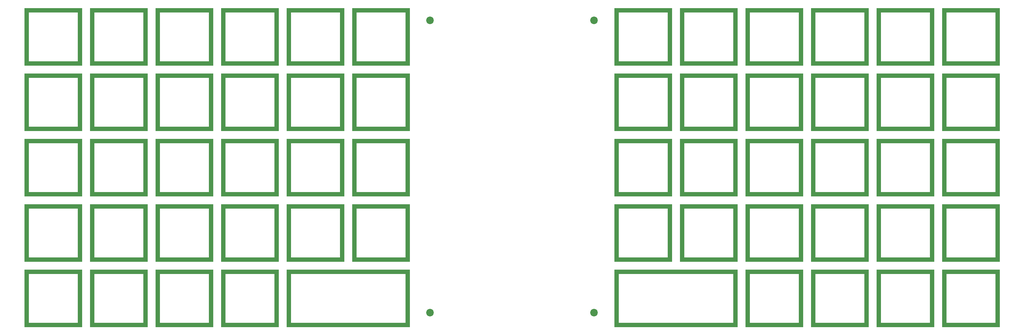
<source format=gbs>
%TF.GenerationSoftware,KiCad,Pcbnew,(5.1.10-1-10_14)*%
%TF.CreationDate,2021-09-18T15:20:21+02:00*%
%TF.ProjectId,lumberjack-full,6c756d62-6572-46a6-9163-6b2d66756c6c,rev?*%
%TF.SameCoordinates,Original*%
%TF.FileFunction,Soldermask,Bot*%
%TF.FilePolarity,Negative*%
%FSLAX46Y46*%
G04 Gerber Fmt 4.6, Leading zero omitted, Abs format (unit mm)*
G04 Created by KiCad (PCBNEW (5.1.10-1-10_14)) date 2021-09-18 15:20:21*
%MOMM*%
%LPD*%
G01*
G04 APERTURE LIST*
%ADD10C,0.100000*%
%ADD11C,2.200000*%
G04 APERTURE END LIST*
D10*
G36*
X196453241Y-118348017D02*
G01*
X163115741Y-118348017D01*
X161925116Y-117157392D01*
X197643866Y-117157392D01*
X196453241Y-118348017D01*
G37*
X196453241Y-118348017D02*
X163115741Y-118348017D01*
X161925116Y-117157392D01*
X197643866Y-117157392D01*
X196453241Y-118348017D01*
G36*
X197643750Y-133826250D02*
G01*
X161925000Y-133826250D01*
X163115625Y-132635625D01*
X196453125Y-132635625D01*
X197643750Y-133826250D01*
G37*
X197643750Y-133826250D02*
X161925000Y-133826250D01*
X163115625Y-132635625D01*
X196453125Y-132635625D01*
X197643750Y-133826250D01*
G36*
X101203125Y-118348125D02*
G01*
X67865625Y-118348125D01*
X66675000Y-117157500D01*
X102393750Y-117157500D01*
X101203125Y-118348125D01*
G37*
X101203125Y-118348125D02*
X67865625Y-118348125D01*
X66675000Y-117157500D01*
X102393750Y-117157500D01*
X101203125Y-118348125D01*
G36*
X102393634Y-133826358D02*
G01*
X66674884Y-133826358D01*
X67865509Y-132635733D01*
X101203009Y-132635733D01*
X102393634Y-133826358D01*
G37*
X102393634Y-133826358D02*
X66674884Y-133826358D01*
X67865509Y-132635733D01*
X101203009Y-132635733D01*
X102393634Y-133826358D01*
G36*
X235743750Y-133826250D02*
G01*
X219075000Y-133826250D01*
X220265625Y-132635625D01*
X234553125Y-132635625D01*
X235743750Y-133826250D01*
G37*
X235743750Y-133826250D02*
X219075000Y-133826250D01*
X220265625Y-132635625D01*
X234553125Y-132635625D01*
X235743750Y-133826250D01*
G36*
X234553125Y-118348125D02*
G01*
X220265625Y-118348125D01*
X219075000Y-117157500D01*
X235743750Y-117157500D01*
X234553125Y-118348125D01*
G37*
X234553125Y-118348125D02*
X220265625Y-118348125D01*
X219075000Y-117157500D01*
X235743750Y-117157500D01*
X234553125Y-118348125D01*
G36*
X220265625Y-118348125D02*
G01*
X220265625Y-132635625D01*
X219075000Y-133826250D01*
X219075000Y-117157500D01*
X220265625Y-118348125D01*
G37*
X220265625Y-118348125D02*
X220265625Y-132635625D01*
X219075000Y-133826250D01*
X219075000Y-117157500D01*
X220265625Y-118348125D01*
G36*
X197643750Y-133826250D02*
G01*
X196453125Y-132635625D01*
X196453125Y-118348125D01*
X197643750Y-117157500D01*
X197643750Y-133826250D01*
G37*
X197643750Y-133826250D02*
X196453125Y-132635625D01*
X196453125Y-118348125D01*
X197643750Y-117157500D01*
X197643750Y-133826250D01*
G36*
X258365625Y-118348125D02*
G01*
X258365625Y-132635625D01*
X257175000Y-133826250D01*
X257175000Y-117157500D01*
X258365625Y-118348125D01*
G37*
X258365625Y-118348125D02*
X258365625Y-132635625D01*
X257175000Y-133826250D01*
X257175000Y-117157500D01*
X258365625Y-118348125D01*
G36*
X235743750Y-133826250D02*
G01*
X234553125Y-132635625D01*
X234553125Y-118348125D01*
X235743750Y-117157500D01*
X235743750Y-133826250D01*
G37*
X235743750Y-133826250D02*
X234553125Y-132635625D01*
X234553125Y-118348125D01*
X235743750Y-117157500D01*
X235743750Y-133826250D01*
G36*
X272653125Y-118348125D02*
G01*
X258365625Y-118348125D01*
X257175000Y-117157500D01*
X273843750Y-117157500D01*
X272653125Y-118348125D01*
G37*
X272653125Y-118348125D02*
X258365625Y-118348125D01*
X257175000Y-117157500D01*
X273843750Y-117157500D01*
X272653125Y-118348125D01*
G36*
X163115625Y-118348125D02*
G01*
X163115625Y-132635625D01*
X161925000Y-133826250D01*
X161925000Y-117157500D01*
X163115625Y-118348125D01*
G37*
X163115625Y-118348125D02*
X163115625Y-132635625D01*
X161925000Y-133826250D01*
X161925000Y-117157500D01*
X163115625Y-118348125D01*
G36*
X253603125Y-118348125D02*
G01*
X239315625Y-118348125D01*
X238125000Y-117157500D01*
X254793750Y-117157500D01*
X253603125Y-118348125D01*
G37*
X253603125Y-118348125D02*
X239315625Y-118348125D01*
X238125000Y-117157500D01*
X254793750Y-117157500D01*
X253603125Y-118348125D01*
G36*
X273843750Y-133826250D02*
G01*
X257175000Y-133826250D01*
X258365625Y-132635625D01*
X272653125Y-132635625D01*
X273843750Y-133826250D01*
G37*
X273843750Y-133826250D02*
X257175000Y-133826250D01*
X258365625Y-132635625D01*
X272653125Y-132635625D01*
X273843750Y-133826250D01*
G36*
X201215625Y-118348125D02*
G01*
X201215625Y-132635625D01*
X200025000Y-133826250D01*
X200025000Y-117157500D01*
X201215625Y-118348125D01*
G37*
X201215625Y-118348125D02*
X201215625Y-132635625D01*
X200025000Y-133826250D01*
X200025000Y-117157500D01*
X201215625Y-118348125D01*
G36*
X215503125Y-118348125D02*
G01*
X201215625Y-118348125D01*
X200025000Y-117157500D01*
X216693750Y-117157500D01*
X215503125Y-118348125D01*
G37*
X215503125Y-118348125D02*
X201215625Y-118348125D01*
X200025000Y-117157500D01*
X216693750Y-117157500D01*
X215503125Y-118348125D01*
G36*
X216693750Y-133826250D02*
G01*
X200025000Y-133826250D01*
X201215625Y-132635625D01*
X215503125Y-132635625D01*
X216693750Y-133826250D01*
G37*
X216693750Y-133826250D02*
X200025000Y-133826250D01*
X201215625Y-132635625D01*
X215503125Y-132635625D01*
X216693750Y-133826250D01*
G36*
X273843750Y-133826250D02*
G01*
X272653125Y-132635625D01*
X272653125Y-118348125D01*
X273843750Y-117157500D01*
X273843750Y-133826250D01*
G37*
X273843750Y-133826250D02*
X272653125Y-132635625D01*
X272653125Y-118348125D01*
X273843750Y-117157500D01*
X273843750Y-133826250D01*
G36*
X216693750Y-133826250D02*
G01*
X215503125Y-132635625D01*
X215503125Y-118348125D01*
X216693750Y-117157500D01*
X216693750Y-133826250D01*
G37*
X216693750Y-133826250D02*
X215503125Y-132635625D01*
X215503125Y-118348125D01*
X216693750Y-117157500D01*
X216693750Y-133826250D01*
G36*
X254793750Y-133826250D02*
G01*
X238125000Y-133826250D01*
X239315625Y-132635625D01*
X253603125Y-132635625D01*
X254793750Y-133826250D01*
G37*
X254793750Y-133826250D02*
X238125000Y-133826250D01*
X239315625Y-132635625D01*
X253603125Y-132635625D01*
X254793750Y-133826250D01*
G36*
X254793750Y-133826250D02*
G01*
X253603125Y-132635625D01*
X253603125Y-118348125D01*
X254793750Y-117157500D01*
X254793750Y-133826250D01*
G37*
X254793750Y-133826250D02*
X253603125Y-132635625D01*
X253603125Y-118348125D01*
X254793750Y-117157500D01*
X254793750Y-133826250D01*
G36*
X239315625Y-118348125D02*
G01*
X239315625Y-132635625D01*
X238125000Y-133826250D01*
X238125000Y-117157500D01*
X239315625Y-118348125D01*
G37*
X239315625Y-118348125D02*
X239315625Y-132635625D01*
X238125000Y-133826250D01*
X238125000Y-117157500D01*
X239315625Y-118348125D01*
G36*
X235743750Y-114776250D02*
G01*
X219075000Y-114776250D01*
X220265625Y-113585625D01*
X234553125Y-113585625D01*
X235743750Y-114776250D01*
G37*
X235743750Y-114776250D02*
X219075000Y-114776250D01*
X220265625Y-113585625D01*
X234553125Y-113585625D01*
X235743750Y-114776250D01*
G36*
X182165625Y-99298125D02*
G01*
X182165625Y-113585625D01*
X180975000Y-114776250D01*
X180975000Y-98107500D01*
X182165625Y-99298125D01*
G37*
X182165625Y-99298125D02*
X182165625Y-113585625D01*
X180975000Y-114776250D01*
X180975000Y-98107500D01*
X182165625Y-99298125D01*
G36*
X234553125Y-99298125D02*
G01*
X220265625Y-99298125D01*
X219075000Y-98107500D01*
X235743750Y-98107500D01*
X234553125Y-99298125D01*
G37*
X234553125Y-99298125D02*
X220265625Y-99298125D01*
X219075000Y-98107500D01*
X235743750Y-98107500D01*
X234553125Y-99298125D01*
G36*
X220265625Y-99298125D02*
G01*
X220265625Y-113585625D01*
X219075000Y-114776250D01*
X219075000Y-98107500D01*
X220265625Y-99298125D01*
G37*
X220265625Y-99298125D02*
X220265625Y-113585625D01*
X219075000Y-114776250D01*
X219075000Y-98107500D01*
X220265625Y-99298125D01*
G36*
X197643750Y-114776250D02*
G01*
X196453125Y-113585625D01*
X196453125Y-99298125D01*
X197643750Y-98107500D01*
X197643750Y-114776250D01*
G37*
X197643750Y-114776250D02*
X196453125Y-113585625D01*
X196453125Y-99298125D01*
X197643750Y-98107500D01*
X197643750Y-114776250D01*
G36*
X258365625Y-99298125D02*
G01*
X258365625Y-113585625D01*
X257175000Y-114776250D01*
X257175000Y-98107500D01*
X258365625Y-99298125D01*
G37*
X258365625Y-99298125D02*
X258365625Y-113585625D01*
X257175000Y-114776250D01*
X257175000Y-98107500D01*
X258365625Y-99298125D01*
G36*
X235743750Y-114776250D02*
G01*
X234553125Y-113585625D01*
X234553125Y-99298125D01*
X235743750Y-98107500D01*
X235743750Y-114776250D01*
G37*
X235743750Y-114776250D02*
X234553125Y-113585625D01*
X234553125Y-99298125D01*
X235743750Y-98107500D01*
X235743750Y-114776250D01*
G36*
X197643750Y-114776250D02*
G01*
X180975000Y-114776250D01*
X182165625Y-113585625D01*
X196453125Y-113585625D01*
X197643750Y-114776250D01*
G37*
X197643750Y-114776250D02*
X180975000Y-114776250D01*
X182165625Y-113585625D01*
X196453125Y-113585625D01*
X197643750Y-114776250D01*
G36*
X272653125Y-99298125D02*
G01*
X258365625Y-99298125D01*
X257175000Y-98107500D01*
X273843750Y-98107500D01*
X272653125Y-99298125D01*
G37*
X272653125Y-99298125D02*
X258365625Y-99298125D01*
X257175000Y-98107500D01*
X273843750Y-98107500D01*
X272653125Y-99298125D01*
G36*
X196453125Y-99298125D02*
G01*
X182165625Y-99298125D01*
X180975000Y-98107500D01*
X197643750Y-98107500D01*
X196453125Y-99298125D01*
G37*
X196453125Y-99298125D02*
X182165625Y-99298125D01*
X180975000Y-98107500D01*
X197643750Y-98107500D01*
X196453125Y-99298125D01*
G36*
X178593750Y-114776250D02*
G01*
X177403125Y-113585625D01*
X177403125Y-99298125D01*
X178593750Y-98107500D01*
X178593750Y-114776250D01*
G37*
X178593750Y-114776250D02*
X177403125Y-113585625D01*
X177403125Y-99298125D01*
X178593750Y-98107500D01*
X178593750Y-114776250D01*
G36*
X163115625Y-99298125D02*
G01*
X163115625Y-113585625D01*
X161925000Y-114776250D01*
X161925000Y-98107500D01*
X163115625Y-99298125D01*
G37*
X163115625Y-99298125D02*
X163115625Y-113585625D01*
X161925000Y-114776250D01*
X161925000Y-98107500D01*
X163115625Y-99298125D01*
G36*
X253603125Y-99298125D02*
G01*
X239315625Y-99298125D01*
X238125000Y-98107500D01*
X254793750Y-98107500D01*
X253603125Y-99298125D01*
G37*
X253603125Y-99298125D02*
X239315625Y-99298125D01*
X238125000Y-98107500D01*
X254793750Y-98107500D01*
X253603125Y-99298125D01*
G36*
X273843750Y-114776250D02*
G01*
X257175000Y-114776250D01*
X258365625Y-113585625D01*
X272653125Y-113585625D01*
X273843750Y-114776250D01*
G37*
X273843750Y-114776250D02*
X257175000Y-114776250D01*
X258365625Y-113585625D01*
X272653125Y-113585625D01*
X273843750Y-114776250D01*
G36*
X201215625Y-99298125D02*
G01*
X201215625Y-113585625D01*
X200025000Y-114776250D01*
X200025000Y-98107500D01*
X201215625Y-99298125D01*
G37*
X201215625Y-99298125D02*
X201215625Y-113585625D01*
X200025000Y-114776250D01*
X200025000Y-98107500D01*
X201215625Y-99298125D01*
G36*
X215503125Y-99298125D02*
G01*
X201215625Y-99298125D01*
X200025000Y-98107500D01*
X216693750Y-98107500D01*
X215503125Y-99298125D01*
G37*
X215503125Y-99298125D02*
X201215625Y-99298125D01*
X200025000Y-98107500D01*
X216693750Y-98107500D01*
X215503125Y-99298125D01*
G36*
X216693750Y-114776250D02*
G01*
X200025000Y-114776250D01*
X201215625Y-113585625D01*
X215503125Y-113585625D01*
X216693750Y-114776250D01*
G37*
X216693750Y-114776250D02*
X200025000Y-114776250D01*
X201215625Y-113585625D01*
X215503125Y-113585625D01*
X216693750Y-114776250D01*
G36*
X273843750Y-114776250D02*
G01*
X272653125Y-113585625D01*
X272653125Y-99298125D01*
X273843750Y-98107500D01*
X273843750Y-114776250D01*
G37*
X273843750Y-114776250D02*
X272653125Y-113585625D01*
X272653125Y-99298125D01*
X273843750Y-98107500D01*
X273843750Y-114776250D01*
G36*
X216693750Y-114776250D02*
G01*
X215503125Y-113585625D01*
X215503125Y-99298125D01*
X216693750Y-98107500D01*
X216693750Y-114776250D01*
G37*
X216693750Y-114776250D02*
X215503125Y-113585625D01*
X215503125Y-99298125D01*
X216693750Y-98107500D01*
X216693750Y-114776250D01*
G36*
X254793750Y-114776250D02*
G01*
X238125000Y-114776250D01*
X239315625Y-113585625D01*
X253603125Y-113585625D01*
X254793750Y-114776250D01*
G37*
X254793750Y-114776250D02*
X238125000Y-114776250D01*
X239315625Y-113585625D01*
X253603125Y-113585625D01*
X254793750Y-114776250D01*
G36*
X254793750Y-114776250D02*
G01*
X253603125Y-113585625D01*
X253603125Y-99298125D01*
X254793750Y-98107500D01*
X254793750Y-114776250D01*
G37*
X254793750Y-114776250D02*
X253603125Y-113585625D01*
X253603125Y-99298125D01*
X254793750Y-98107500D01*
X254793750Y-114776250D01*
G36*
X239315625Y-99298125D02*
G01*
X239315625Y-113585625D01*
X238125000Y-114776250D01*
X238125000Y-98107500D01*
X239315625Y-99298125D01*
G37*
X239315625Y-99298125D02*
X239315625Y-113585625D01*
X238125000Y-114776250D01*
X238125000Y-98107500D01*
X239315625Y-99298125D01*
G36*
X177403125Y-99298125D02*
G01*
X163115625Y-99298125D01*
X161925000Y-98107500D01*
X178593750Y-98107500D01*
X177403125Y-99298125D01*
G37*
X177403125Y-99298125D02*
X163115625Y-99298125D01*
X161925000Y-98107500D01*
X178593750Y-98107500D01*
X177403125Y-99298125D01*
G36*
X178593750Y-114776250D02*
G01*
X161925000Y-114776250D01*
X163115625Y-113585625D01*
X177403125Y-113585625D01*
X178593750Y-114776250D01*
G37*
X178593750Y-114776250D02*
X161925000Y-114776250D01*
X163115625Y-113585625D01*
X177403125Y-113585625D01*
X178593750Y-114776250D01*
G36*
X235743750Y-95726250D02*
G01*
X219075000Y-95726250D01*
X220265625Y-94535625D01*
X234553125Y-94535625D01*
X235743750Y-95726250D01*
G37*
X235743750Y-95726250D02*
X219075000Y-95726250D01*
X220265625Y-94535625D01*
X234553125Y-94535625D01*
X235743750Y-95726250D01*
G36*
X182165625Y-80248125D02*
G01*
X182165625Y-94535625D01*
X180975000Y-95726250D01*
X180975000Y-79057500D01*
X182165625Y-80248125D01*
G37*
X182165625Y-80248125D02*
X182165625Y-94535625D01*
X180975000Y-95726250D01*
X180975000Y-79057500D01*
X182165625Y-80248125D01*
G36*
X234553125Y-80248125D02*
G01*
X220265625Y-80248125D01*
X219075000Y-79057500D01*
X235743750Y-79057500D01*
X234553125Y-80248125D01*
G37*
X234553125Y-80248125D02*
X220265625Y-80248125D01*
X219075000Y-79057500D01*
X235743750Y-79057500D01*
X234553125Y-80248125D01*
G36*
X220265625Y-80248125D02*
G01*
X220265625Y-94535625D01*
X219075000Y-95726250D01*
X219075000Y-79057500D01*
X220265625Y-80248125D01*
G37*
X220265625Y-80248125D02*
X220265625Y-94535625D01*
X219075000Y-95726250D01*
X219075000Y-79057500D01*
X220265625Y-80248125D01*
G36*
X197643750Y-95726250D02*
G01*
X196453125Y-94535625D01*
X196453125Y-80248125D01*
X197643750Y-79057500D01*
X197643750Y-95726250D01*
G37*
X197643750Y-95726250D02*
X196453125Y-94535625D01*
X196453125Y-80248125D01*
X197643750Y-79057500D01*
X197643750Y-95726250D01*
G36*
X258365625Y-80248125D02*
G01*
X258365625Y-94535625D01*
X257175000Y-95726250D01*
X257175000Y-79057500D01*
X258365625Y-80248125D01*
G37*
X258365625Y-80248125D02*
X258365625Y-94535625D01*
X257175000Y-95726250D01*
X257175000Y-79057500D01*
X258365625Y-80248125D01*
G36*
X235743750Y-95726250D02*
G01*
X234553125Y-94535625D01*
X234553125Y-80248125D01*
X235743750Y-79057500D01*
X235743750Y-95726250D01*
G37*
X235743750Y-95726250D02*
X234553125Y-94535625D01*
X234553125Y-80248125D01*
X235743750Y-79057500D01*
X235743750Y-95726250D01*
G36*
X197643750Y-95726250D02*
G01*
X180975000Y-95726250D01*
X182165625Y-94535625D01*
X196453125Y-94535625D01*
X197643750Y-95726250D01*
G37*
X197643750Y-95726250D02*
X180975000Y-95726250D01*
X182165625Y-94535625D01*
X196453125Y-94535625D01*
X197643750Y-95726250D01*
G36*
X272653125Y-80248125D02*
G01*
X258365625Y-80248125D01*
X257175000Y-79057500D01*
X273843750Y-79057500D01*
X272653125Y-80248125D01*
G37*
X272653125Y-80248125D02*
X258365625Y-80248125D01*
X257175000Y-79057500D01*
X273843750Y-79057500D01*
X272653125Y-80248125D01*
G36*
X196453125Y-80248125D02*
G01*
X182165625Y-80248125D01*
X180975000Y-79057500D01*
X197643750Y-79057500D01*
X196453125Y-80248125D01*
G37*
X196453125Y-80248125D02*
X182165625Y-80248125D01*
X180975000Y-79057500D01*
X197643750Y-79057500D01*
X196453125Y-80248125D01*
G36*
X178593750Y-95726250D02*
G01*
X177403125Y-94535625D01*
X177403125Y-80248125D01*
X178593750Y-79057500D01*
X178593750Y-95726250D01*
G37*
X178593750Y-95726250D02*
X177403125Y-94535625D01*
X177403125Y-80248125D01*
X178593750Y-79057500D01*
X178593750Y-95726250D01*
G36*
X163115625Y-80248125D02*
G01*
X163115625Y-94535625D01*
X161925000Y-95726250D01*
X161925000Y-79057500D01*
X163115625Y-80248125D01*
G37*
X163115625Y-80248125D02*
X163115625Y-94535625D01*
X161925000Y-95726250D01*
X161925000Y-79057500D01*
X163115625Y-80248125D01*
G36*
X253603125Y-80248125D02*
G01*
X239315625Y-80248125D01*
X238125000Y-79057500D01*
X254793750Y-79057500D01*
X253603125Y-80248125D01*
G37*
X253603125Y-80248125D02*
X239315625Y-80248125D01*
X238125000Y-79057500D01*
X254793750Y-79057500D01*
X253603125Y-80248125D01*
G36*
X273843750Y-95726250D02*
G01*
X257175000Y-95726250D01*
X258365625Y-94535625D01*
X272653125Y-94535625D01*
X273843750Y-95726250D01*
G37*
X273843750Y-95726250D02*
X257175000Y-95726250D01*
X258365625Y-94535625D01*
X272653125Y-94535625D01*
X273843750Y-95726250D01*
G36*
X201215625Y-80248125D02*
G01*
X201215625Y-94535625D01*
X200025000Y-95726250D01*
X200025000Y-79057500D01*
X201215625Y-80248125D01*
G37*
X201215625Y-80248125D02*
X201215625Y-94535625D01*
X200025000Y-95726250D01*
X200025000Y-79057500D01*
X201215625Y-80248125D01*
G36*
X215503125Y-80248125D02*
G01*
X201215625Y-80248125D01*
X200025000Y-79057500D01*
X216693750Y-79057500D01*
X215503125Y-80248125D01*
G37*
X215503125Y-80248125D02*
X201215625Y-80248125D01*
X200025000Y-79057500D01*
X216693750Y-79057500D01*
X215503125Y-80248125D01*
G36*
X216693750Y-95726250D02*
G01*
X200025000Y-95726250D01*
X201215625Y-94535625D01*
X215503125Y-94535625D01*
X216693750Y-95726250D01*
G37*
X216693750Y-95726250D02*
X200025000Y-95726250D01*
X201215625Y-94535625D01*
X215503125Y-94535625D01*
X216693750Y-95726250D01*
G36*
X273843750Y-95726250D02*
G01*
X272653125Y-94535625D01*
X272653125Y-80248125D01*
X273843750Y-79057500D01*
X273843750Y-95726250D01*
G37*
X273843750Y-95726250D02*
X272653125Y-94535625D01*
X272653125Y-80248125D01*
X273843750Y-79057500D01*
X273843750Y-95726250D01*
G36*
X216693750Y-95726250D02*
G01*
X215503125Y-94535625D01*
X215503125Y-80248125D01*
X216693750Y-79057500D01*
X216693750Y-95726250D01*
G37*
X216693750Y-95726250D02*
X215503125Y-94535625D01*
X215503125Y-80248125D01*
X216693750Y-79057500D01*
X216693750Y-95726250D01*
G36*
X254793750Y-95726250D02*
G01*
X238125000Y-95726250D01*
X239315625Y-94535625D01*
X253603125Y-94535625D01*
X254793750Y-95726250D01*
G37*
X254793750Y-95726250D02*
X238125000Y-95726250D01*
X239315625Y-94535625D01*
X253603125Y-94535625D01*
X254793750Y-95726250D01*
G36*
X254793750Y-95726250D02*
G01*
X253603125Y-94535625D01*
X253603125Y-80248125D01*
X254793750Y-79057500D01*
X254793750Y-95726250D01*
G37*
X254793750Y-95726250D02*
X253603125Y-94535625D01*
X253603125Y-80248125D01*
X254793750Y-79057500D01*
X254793750Y-95726250D01*
G36*
X239315625Y-80248125D02*
G01*
X239315625Y-94535625D01*
X238125000Y-95726250D01*
X238125000Y-79057500D01*
X239315625Y-80248125D01*
G37*
X239315625Y-80248125D02*
X239315625Y-94535625D01*
X238125000Y-95726250D01*
X238125000Y-79057500D01*
X239315625Y-80248125D01*
G36*
X177403125Y-80248125D02*
G01*
X163115625Y-80248125D01*
X161925000Y-79057500D01*
X178593750Y-79057500D01*
X177403125Y-80248125D01*
G37*
X177403125Y-80248125D02*
X163115625Y-80248125D01*
X161925000Y-79057500D01*
X178593750Y-79057500D01*
X177403125Y-80248125D01*
G36*
X178593750Y-95726250D02*
G01*
X161925000Y-95726250D01*
X163115625Y-94535625D01*
X177403125Y-94535625D01*
X178593750Y-95726250D01*
G37*
X178593750Y-95726250D02*
X161925000Y-95726250D01*
X163115625Y-94535625D01*
X177403125Y-94535625D01*
X178593750Y-95726250D01*
G36*
X235743750Y-76676250D02*
G01*
X219075000Y-76676250D01*
X220265625Y-75485625D01*
X234553125Y-75485625D01*
X235743750Y-76676250D01*
G37*
X235743750Y-76676250D02*
X219075000Y-76676250D01*
X220265625Y-75485625D01*
X234553125Y-75485625D01*
X235743750Y-76676250D01*
G36*
X182165625Y-61198125D02*
G01*
X182165625Y-75485625D01*
X180975000Y-76676250D01*
X180975000Y-60007500D01*
X182165625Y-61198125D01*
G37*
X182165625Y-61198125D02*
X182165625Y-75485625D01*
X180975000Y-76676250D01*
X180975000Y-60007500D01*
X182165625Y-61198125D01*
G36*
X234553125Y-61198125D02*
G01*
X220265625Y-61198125D01*
X219075000Y-60007500D01*
X235743750Y-60007500D01*
X234553125Y-61198125D01*
G37*
X234553125Y-61198125D02*
X220265625Y-61198125D01*
X219075000Y-60007500D01*
X235743750Y-60007500D01*
X234553125Y-61198125D01*
G36*
X220265625Y-61198125D02*
G01*
X220265625Y-75485625D01*
X219075000Y-76676250D01*
X219075000Y-60007500D01*
X220265625Y-61198125D01*
G37*
X220265625Y-61198125D02*
X220265625Y-75485625D01*
X219075000Y-76676250D01*
X219075000Y-60007500D01*
X220265625Y-61198125D01*
G36*
X197643750Y-76676250D02*
G01*
X196453125Y-75485625D01*
X196453125Y-61198125D01*
X197643750Y-60007500D01*
X197643750Y-76676250D01*
G37*
X197643750Y-76676250D02*
X196453125Y-75485625D01*
X196453125Y-61198125D01*
X197643750Y-60007500D01*
X197643750Y-76676250D01*
G36*
X258365625Y-61198125D02*
G01*
X258365625Y-75485625D01*
X257175000Y-76676250D01*
X257175000Y-60007500D01*
X258365625Y-61198125D01*
G37*
X258365625Y-61198125D02*
X258365625Y-75485625D01*
X257175000Y-76676250D01*
X257175000Y-60007500D01*
X258365625Y-61198125D01*
G36*
X235743750Y-76676250D02*
G01*
X234553125Y-75485625D01*
X234553125Y-61198125D01*
X235743750Y-60007500D01*
X235743750Y-76676250D01*
G37*
X235743750Y-76676250D02*
X234553125Y-75485625D01*
X234553125Y-61198125D01*
X235743750Y-60007500D01*
X235743750Y-76676250D01*
G36*
X197643750Y-76676250D02*
G01*
X180975000Y-76676250D01*
X182165625Y-75485625D01*
X196453125Y-75485625D01*
X197643750Y-76676250D01*
G37*
X197643750Y-76676250D02*
X180975000Y-76676250D01*
X182165625Y-75485625D01*
X196453125Y-75485625D01*
X197643750Y-76676250D01*
G36*
X272653125Y-61198125D02*
G01*
X258365625Y-61198125D01*
X257175000Y-60007500D01*
X273843750Y-60007500D01*
X272653125Y-61198125D01*
G37*
X272653125Y-61198125D02*
X258365625Y-61198125D01*
X257175000Y-60007500D01*
X273843750Y-60007500D01*
X272653125Y-61198125D01*
G36*
X196453125Y-61198125D02*
G01*
X182165625Y-61198125D01*
X180975000Y-60007500D01*
X197643750Y-60007500D01*
X196453125Y-61198125D01*
G37*
X196453125Y-61198125D02*
X182165625Y-61198125D01*
X180975000Y-60007500D01*
X197643750Y-60007500D01*
X196453125Y-61198125D01*
G36*
X178593750Y-76676250D02*
G01*
X177403125Y-75485625D01*
X177403125Y-61198125D01*
X178593750Y-60007500D01*
X178593750Y-76676250D01*
G37*
X178593750Y-76676250D02*
X177403125Y-75485625D01*
X177403125Y-61198125D01*
X178593750Y-60007500D01*
X178593750Y-76676250D01*
G36*
X163115625Y-61198125D02*
G01*
X163115625Y-75485625D01*
X161925000Y-76676250D01*
X161925000Y-60007500D01*
X163115625Y-61198125D01*
G37*
X163115625Y-61198125D02*
X163115625Y-75485625D01*
X161925000Y-76676250D01*
X161925000Y-60007500D01*
X163115625Y-61198125D01*
G36*
X253603125Y-61198125D02*
G01*
X239315625Y-61198125D01*
X238125000Y-60007500D01*
X254793750Y-60007500D01*
X253603125Y-61198125D01*
G37*
X253603125Y-61198125D02*
X239315625Y-61198125D01*
X238125000Y-60007500D01*
X254793750Y-60007500D01*
X253603125Y-61198125D01*
G36*
X273843750Y-76676250D02*
G01*
X257175000Y-76676250D01*
X258365625Y-75485625D01*
X272653125Y-75485625D01*
X273843750Y-76676250D01*
G37*
X273843750Y-76676250D02*
X257175000Y-76676250D01*
X258365625Y-75485625D01*
X272653125Y-75485625D01*
X273843750Y-76676250D01*
G36*
X201215625Y-61198125D02*
G01*
X201215625Y-75485625D01*
X200025000Y-76676250D01*
X200025000Y-60007500D01*
X201215625Y-61198125D01*
G37*
X201215625Y-61198125D02*
X201215625Y-75485625D01*
X200025000Y-76676250D01*
X200025000Y-60007500D01*
X201215625Y-61198125D01*
G36*
X215503125Y-61198125D02*
G01*
X201215625Y-61198125D01*
X200025000Y-60007500D01*
X216693750Y-60007500D01*
X215503125Y-61198125D01*
G37*
X215503125Y-61198125D02*
X201215625Y-61198125D01*
X200025000Y-60007500D01*
X216693750Y-60007500D01*
X215503125Y-61198125D01*
G36*
X216693750Y-76676250D02*
G01*
X200025000Y-76676250D01*
X201215625Y-75485625D01*
X215503125Y-75485625D01*
X216693750Y-76676250D01*
G37*
X216693750Y-76676250D02*
X200025000Y-76676250D01*
X201215625Y-75485625D01*
X215503125Y-75485625D01*
X216693750Y-76676250D01*
G36*
X273843750Y-76676250D02*
G01*
X272653125Y-75485625D01*
X272653125Y-61198125D01*
X273843750Y-60007500D01*
X273843750Y-76676250D01*
G37*
X273843750Y-76676250D02*
X272653125Y-75485625D01*
X272653125Y-61198125D01*
X273843750Y-60007500D01*
X273843750Y-76676250D01*
G36*
X216693750Y-76676250D02*
G01*
X215503125Y-75485625D01*
X215503125Y-61198125D01*
X216693750Y-60007500D01*
X216693750Y-76676250D01*
G37*
X216693750Y-76676250D02*
X215503125Y-75485625D01*
X215503125Y-61198125D01*
X216693750Y-60007500D01*
X216693750Y-76676250D01*
G36*
X254793750Y-76676250D02*
G01*
X238125000Y-76676250D01*
X239315625Y-75485625D01*
X253603125Y-75485625D01*
X254793750Y-76676250D01*
G37*
X254793750Y-76676250D02*
X238125000Y-76676250D01*
X239315625Y-75485625D01*
X253603125Y-75485625D01*
X254793750Y-76676250D01*
G36*
X254793750Y-76676250D02*
G01*
X253603125Y-75485625D01*
X253603125Y-61198125D01*
X254793750Y-60007500D01*
X254793750Y-76676250D01*
G37*
X254793750Y-76676250D02*
X253603125Y-75485625D01*
X253603125Y-61198125D01*
X254793750Y-60007500D01*
X254793750Y-76676250D01*
G36*
X239315625Y-61198125D02*
G01*
X239315625Y-75485625D01*
X238125000Y-76676250D01*
X238125000Y-60007500D01*
X239315625Y-61198125D01*
G37*
X239315625Y-61198125D02*
X239315625Y-75485625D01*
X238125000Y-76676250D01*
X238125000Y-60007500D01*
X239315625Y-61198125D01*
G36*
X177403125Y-61198125D02*
G01*
X163115625Y-61198125D01*
X161925000Y-60007500D01*
X178593750Y-60007500D01*
X177403125Y-61198125D01*
G37*
X177403125Y-61198125D02*
X163115625Y-61198125D01*
X161925000Y-60007500D01*
X178593750Y-60007500D01*
X177403125Y-61198125D01*
G36*
X178593750Y-76676250D02*
G01*
X161925000Y-76676250D01*
X163115625Y-75485625D01*
X177403125Y-75485625D01*
X178593750Y-76676250D01*
G37*
X178593750Y-76676250D02*
X161925000Y-76676250D01*
X163115625Y-75485625D01*
X177403125Y-75485625D01*
X178593750Y-76676250D01*
G36*
X235743750Y-57626250D02*
G01*
X219075000Y-57626250D01*
X220265625Y-56435625D01*
X234553125Y-56435625D01*
X235743750Y-57626250D01*
G37*
X235743750Y-57626250D02*
X219075000Y-57626250D01*
X220265625Y-56435625D01*
X234553125Y-56435625D01*
X235743750Y-57626250D01*
G36*
X182165625Y-42148125D02*
G01*
X182165625Y-56435625D01*
X180975000Y-57626250D01*
X180975000Y-40957500D01*
X182165625Y-42148125D01*
G37*
X182165625Y-42148125D02*
X182165625Y-56435625D01*
X180975000Y-57626250D01*
X180975000Y-40957500D01*
X182165625Y-42148125D01*
G36*
X234553125Y-42148125D02*
G01*
X220265625Y-42148125D01*
X219075000Y-40957500D01*
X235743750Y-40957500D01*
X234553125Y-42148125D01*
G37*
X234553125Y-42148125D02*
X220265625Y-42148125D01*
X219075000Y-40957500D01*
X235743750Y-40957500D01*
X234553125Y-42148125D01*
G36*
X220265625Y-42148125D02*
G01*
X220265625Y-56435625D01*
X219075000Y-57626250D01*
X219075000Y-40957500D01*
X220265625Y-42148125D01*
G37*
X220265625Y-42148125D02*
X220265625Y-56435625D01*
X219075000Y-57626250D01*
X219075000Y-40957500D01*
X220265625Y-42148125D01*
G36*
X197643750Y-57626250D02*
G01*
X196453125Y-56435625D01*
X196453125Y-42148125D01*
X197643750Y-40957500D01*
X197643750Y-57626250D01*
G37*
X197643750Y-57626250D02*
X196453125Y-56435625D01*
X196453125Y-42148125D01*
X197643750Y-40957500D01*
X197643750Y-57626250D01*
G36*
X258365625Y-42148125D02*
G01*
X258365625Y-56435625D01*
X257175000Y-57626250D01*
X257175000Y-40957500D01*
X258365625Y-42148125D01*
G37*
X258365625Y-42148125D02*
X258365625Y-56435625D01*
X257175000Y-57626250D01*
X257175000Y-40957500D01*
X258365625Y-42148125D01*
G36*
X235743750Y-57626250D02*
G01*
X234553125Y-56435625D01*
X234553125Y-42148125D01*
X235743750Y-40957500D01*
X235743750Y-57626250D01*
G37*
X235743750Y-57626250D02*
X234553125Y-56435625D01*
X234553125Y-42148125D01*
X235743750Y-40957500D01*
X235743750Y-57626250D01*
G36*
X197643750Y-57626250D02*
G01*
X180975000Y-57626250D01*
X182165625Y-56435625D01*
X196453125Y-56435625D01*
X197643750Y-57626250D01*
G37*
X197643750Y-57626250D02*
X180975000Y-57626250D01*
X182165625Y-56435625D01*
X196453125Y-56435625D01*
X197643750Y-57626250D01*
G36*
X272653125Y-42148125D02*
G01*
X258365625Y-42148125D01*
X257175000Y-40957500D01*
X273843750Y-40957500D01*
X272653125Y-42148125D01*
G37*
X272653125Y-42148125D02*
X258365625Y-42148125D01*
X257175000Y-40957500D01*
X273843750Y-40957500D01*
X272653125Y-42148125D01*
G36*
X196453125Y-42148125D02*
G01*
X182165625Y-42148125D01*
X180975000Y-40957500D01*
X197643750Y-40957500D01*
X196453125Y-42148125D01*
G37*
X196453125Y-42148125D02*
X182165625Y-42148125D01*
X180975000Y-40957500D01*
X197643750Y-40957500D01*
X196453125Y-42148125D01*
G36*
X178593750Y-57626250D02*
G01*
X177403125Y-56435625D01*
X177403125Y-42148125D01*
X178593750Y-40957500D01*
X178593750Y-57626250D01*
G37*
X178593750Y-57626250D02*
X177403125Y-56435625D01*
X177403125Y-42148125D01*
X178593750Y-40957500D01*
X178593750Y-57626250D01*
G36*
X163115625Y-42148125D02*
G01*
X163115625Y-56435625D01*
X161925000Y-57626250D01*
X161925000Y-40957500D01*
X163115625Y-42148125D01*
G37*
X163115625Y-42148125D02*
X163115625Y-56435625D01*
X161925000Y-57626250D01*
X161925000Y-40957500D01*
X163115625Y-42148125D01*
G36*
X253603125Y-42148125D02*
G01*
X239315625Y-42148125D01*
X238125000Y-40957500D01*
X254793750Y-40957500D01*
X253603125Y-42148125D01*
G37*
X253603125Y-42148125D02*
X239315625Y-42148125D01*
X238125000Y-40957500D01*
X254793750Y-40957500D01*
X253603125Y-42148125D01*
G36*
X273843750Y-57626250D02*
G01*
X257175000Y-57626250D01*
X258365625Y-56435625D01*
X272653125Y-56435625D01*
X273843750Y-57626250D01*
G37*
X273843750Y-57626250D02*
X257175000Y-57626250D01*
X258365625Y-56435625D01*
X272653125Y-56435625D01*
X273843750Y-57626250D01*
G36*
X201215625Y-42148125D02*
G01*
X201215625Y-56435625D01*
X200025000Y-57626250D01*
X200025000Y-40957500D01*
X201215625Y-42148125D01*
G37*
X201215625Y-42148125D02*
X201215625Y-56435625D01*
X200025000Y-57626250D01*
X200025000Y-40957500D01*
X201215625Y-42148125D01*
G36*
X215503125Y-42148125D02*
G01*
X201215625Y-42148125D01*
X200025000Y-40957500D01*
X216693750Y-40957500D01*
X215503125Y-42148125D01*
G37*
X215503125Y-42148125D02*
X201215625Y-42148125D01*
X200025000Y-40957500D01*
X216693750Y-40957500D01*
X215503125Y-42148125D01*
G36*
X216693750Y-57626250D02*
G01*
X200025000Y-57626250D01*
X201215625Y-56435625D01*
X215503125Y-56435625D01*
X216693750Y-57626250D01*
G37*
X216693750Y-57626250D02*
X200025000Y-57626250D01*
X201215625Y-56435625D01*
X215503125Y-56435625D01*
X216693750Y-57626250D01*
G36*
X273843750Y-57626250D02*
G01*
X272653125Y-56435625D01*
X272653125Y-42148125D01*
X273843750Y-40957500D01*
X273843750Y-57626250D01*
G37*
X273843750Y-57626250D02*
X272653125Y-56435625D01*
X272653125Y-42148125D01*
X273843750Y-40957500D01*
X273843750Y-57626250D01*
G36*
X216693750Y-57626250D02*
G01*
X215503125Y-56435625D01*
X215503125Y-42148125D01*
X216693750Y-40957500D01*
X216693750Y-57626250D01*
G37*
X216693750Y-57626250D02*
X215503125Y-56435625D01*
X215503125Y-42148125D01*
X216693750Y-40957500D01*
X216693750Y-57626250D01*
G36*
X254793750Y-57626250D02*
G01*
X238125000Y-57626250D01*
X239315625Y-56435625D01*
X253603125Y-56435625D01*
X254793750Y-57626250D01*
G37*
X254793750Y-57626250D02*
X238125000Y-57626250D01*
X239315625Y-56435625D01*
X253603125Y-56435625D01*
X254793750Y-57626250D01*
G36*
X254793750Y-57626250D02*
G01*
X253603125Y-56435625D01*
X253603125Y-42148125D01*
X254793750Y-40957500D01*
X254793750Y-57626250D01*
G37*
X254793750Y-57626250D02*
X253603125Y-56435625D01*
X253603125Y-42148125D01*
X254793750Y-40957500D01*
X254793750Y-57626250D01*
G36*
X239315625Y-42148125D02*
G01*
X239315625Y-56435625D01*
X238125000Y-57626250D01*
X238125000Y-40957500D01*
X239315625Y-42148125D01*
G37*
X239315625Y-42148125D02*
X239315625Y-56435625D01*
X238125000Y-57626250D01*
X238125000Y-40957500D01*
X239315625Y-42148125D01*
G36*
X177403125Y-42148125D02*
G01*
X163115625Y-42148125D01*
X161925000Y-40957500D01*
X178593750Y-40957500D01*
X177403125Y-42148125D01*
G37*
X177403125Y-42148125D02*
X163115625Y-42148125D01*
X161925000Y-40957500D01*
X178593750Y-40957500D01*
X177403125Y-42148125D01*
G36*
X178593750Y-57626250D02*
G01*
X161925000Y-57626250D01*
X163115625Y-56435625D01*
X177403125Y-56435625D01*
X178593750Y-57626250D01*
G37*
X178593750Y-57626250D02*
X161925000Y-57626250D01*
X163115625Y-56435625D01*
X177403125Y-56435625D01*
X178593750Y-57626250D01*
G36*
X64293750Y-133826250D02*
G01*
X47625000Y-133826250D01*
X48815625Y-132635625D01*
X63103125Y-132635625D01*
X64293750Y-133826250D01*
G37*
X64293750Y-133826250D02*
X47625000Y-133826250D01*
X48815625Y-132635625D01*
X63103125Y-132635625D01*
X64293750Y-133826250D01*
G36*
X10715625Y-118348125D02*
G01*
X10715625Y-132635625D01*
X9525000Y-133826250D01*
X9525000Y-117157500D01*
X10715625Y-118348125D01*
G37*
X10715625Y-118348125D02*
X10715625Y-132635625D01*
X9525000Y-133826250D01*
X9525000Y-117157500D01*
X10715625Y-118348125D01*
G36*
X63103125Y-118348125D02*
G01*
X48815625Y-118348125D01*
X47625000Y-117157500D01*
X64293750Y-117157500D01*
X63103125Y-118348125D01*
G37*
X63103125Y-118348125D02*
X48815625Y-118348125D01*
X47625000Y-117157500D01*
X64293750Y-117157500D01*
X63103125Y-118348125D01*
G36*
X48815625Y-118348125D02*
G01*
X48815625Y-132635625D01*
X47625000Y-133826250D01*
X47625000Y-117157500D01*
X48815625Y-118348125D01*
G37*
X48815625Y-118348125D02*
X48815625Y-132635625D01*
X47625000Y-133826250D01*
X47625000Y-117157500D01*
X48815625Y-118348125D01*
G36*
X26193750Y-133826250D02*
G01*
X25003125Y-132635625D01*
X25003125Y-118348125D01*
X26193750Y-117157500D01*
X26193750Y-133826250D01*
G37*
X26193750Y-133826250D02*
X25003125Y-132635625D01*
X25003125Y-118348125D01*
X26193750Y-117157500D01*
X26193750Y-133826250D01*
G36*
X64293750Y-133826250D02*
G01*
X63103125Y-132635625D01*
X63103125Y-118348125D01*
X64293750Y-117157500D01*
X64293750Y-133826250D01*
G37*
X64293750Y-133826250D02*
X63103125Y-132635625D01*
X63103125Y-118348125D01*
X64293750Y-117157500D01*
X64293750Y-133826250D01*
G36*
X26193750Y-133826250D02*
G01*
X9525000Y-133826250D01*
X10715625Y-132635625D01*
X25003125Y-132635625D01*
X26193750Y-133826250D01*
G37*
X26193750Y-133826250D02*
X9525000Y-133826250D01*
X10715625Y-132635625D01*
X25003125Y-132635625D01*
X26193750Y-133826250D01*
G36*
X25003125Y-118348125D02*
G01*
X10715625Y-118348125D01*
X9525000Y-117157500D01*
X26193750Y-117157500D01*
X25003125Y-118348125D01*
G37*
X25003125Y-118348125D02*
X10715625Y-118348125D01*
X9525000Y-117157500D01*
X26193750Y-117157500D01*
X25003125Y-118348125D01*
G36*
X7143750Y-133826250D02*
G01*
X5953125Y-132635625D01*
X5953125Y-118348125D01*
X7143750Y-117157500D01*
X7143750Y-133826250D01*
G37*
X7143750Y-133826250D02*
X5953125Y-132635625D01*
X5953125Y-118348125D01*
X7143750Y-117157500D01*
X7143750Y-133826250D01*
G36*
X-8334375Y-118348125D02*
G01*
X-8334375Y-132635625D01*
X-9525000Y-133826250D01*
X-9525000Y-117157500D01*
X-8334375Y-118348125D01*
G37*
X-8334375Y-118348125D02*
X-8334375Y-132635625D01*
X-9525000Y-133826250D01*
X-9525000Y-117157500D01*
X-8334375Y-118348125D01*
G36*
X29765625Y-118348125D02*
G01*
X29765625Y-132635625D01*
X28575000Y-133826250D01*
X28575000Y-117157500D01*
X29765625Y-118348125D01*
G37*
X29765625Y-118348125D02*
X29765625Y-132635625D01*
X28575000Y-133826250D01*
X28575000Y-117157500D01*
X29765625Y-118348125D01*
G36*
X44053125Y-118348125D02*
G01*
X29765625Y-118348125D01*
X28575000Y-117157500D01*
X45243750Y-117157500D01*
X44053125Y-118348125D01*
G37*
X44053125Y-118348125D02*
X29765625Y-118348125D01*
X28575000Y-117157500D01*
X45243750Y-117157500D01*
X44053125Y-118348125D01*
G36*
X45243750Y-133826250D02*
G01*
X28575000Y-133826250D01*
X29765625Y-132635625D01*
X44053125Y-132635625D01*
X45243750Y-133826250D01*
G37*
X45243750Y-133826250D02*
X28575000Y-133826250D01*
X29765625Y-132635625D01*
X44053125Y-132635625D01*
X45243750Y-133826250D01*
G36*
X102393750Y-133826250D02*
G01*
X101203125Y-132635625D01*
X101203125Y-118348125D01*
X102393750Y-117157500D01*
X102393750Y-133826250D01*
G37*
X102393750Y-133826250D02*
X101203125Y-132635625D01*
X101203125Y-118348125D01*
X102393750Y-117157500D01*
X102393750Y-133826250D01*
G36*
X45243750Y-133826250D02*
G01*
X44053125Y-132635625D01*
X44053125Y-118348125D01*
X45243750Y-117157500D01*
X45243750Y-133826250D01*
G37*
X45243750Y-133826250D02*
X44053125Y-132635625D01*
X44053125Y-118348125D01*
X45243750Y-117157500D01*
X45243750Y-133826250D01*
G36*
X67865625Y-118348125D02*
G01*
X67865625Y-132635625D01*
X66675000Y-133826250D01*
X66675000Y-117157500D01*
X67865625Y-118348125D01*
G37*
X67865625Y-118348125D02*
X67865625Y-132635625D01*
X66675000Y-133826250D01*
X66675000Y-117157500D01*
X67865625Y-118348125D01*
G36*
X5953125Y-118348125D02*
G01*
X-8334375Y-118348125D01*
X-9525000Y-117157500D01*
X7143750Y-117157500D01*
X5953125Y-118348125D01*
G37*
X5953125Y-118348125D02*
X-8334375Y-118348125D01*
X-9525000Y-117157500D01*
X7143750Y-117157500D01*
X5953125Y-118348125D01*
G36*
X7143750Y-133826250D02*
G01*
X-9525000Y-133826250D01*
X-8334375Y-132635625D01*
X5953125Y-132635625D01*
X7143750Y-133826250D01*
G37*
X7143750Y-133826250D02*
X-9525000Y-133826250D01*
X-8334375Y-132635625D01*
X5953125Y-132635625D01*
X7143750Y-133826250D01*
G36*
X64293750Y-114776250D02*
G01*
X47625000Y-114776250D01*
X48815625Y-113585625D01*
X63103125Y-113585625D01*
X64293750Y-114776250D01*
G37*
X64293750Y-114776250D02*
X47625000Y-114776250D01*
X48815625Y-113585625D01*
X63103125Y-113585625D01*
X64293750Y-114776250D01*
G36*
X10715625Y-99298125D02*
G01*
X10715625Y-113585625D01*
X9525000Y-114776250D01*
X9525000Y-98107500D01*
X10715625Y-99298125D01*
G37*
X10715625Y-99298125D02*
X10715625Y-113585625D01*
X9525000Y-114776250D01*
X9525000Y-98107500D01*
X10715625Y-99298125D01*
G36*
X63103125Y-99298125D02*
G01*
X48815625Y-99298125D01*
X47625000Y-98107500D01*
X64293750Y-98107500D01*
X63103125Y-99298125D01*
G37*
X63103125Y-99298125D02*
X48815625Y-99298125D01*
X47625000Y-98107500D01*
X64293750Y-98107500D01*
X63103125Y-99298125D01*
G36*
X48815625Y-99298125D02*
G01*
X48815625Y-113585625D01*
X47625000Y-114776250D01*
X47625000Y-98107500D01*
X48815625Y-99298125D01*
G37*
X48815625Y-99298125D02*
X48815625Y-113585625D01*
X47625000Y-114776250D01*
X47625000Y-98107500D01*
X48815625Y-99298125D01*
G36*
X26193750Y-114776250D02*
G01*
X25003125Y-113585625D01*
X25003125Y-99298125D01*
X26193750Y-98107500D01*
X26193750Y-114776250D01*
G37*
X26193750Y-114776250D02*
X25003125Y-113585625D01*
X25003125Y-99298125D01*
X26193750Y-98107500D01*
X26193750Y-114776250D01*
G36*
X86915625Y-99298125D02*
G01*
X86915625Y-113585625D01*
X85725000Y-114776250D01*
X85725000Y-98107500D01*
X86915625Y-99298125D01*
G37*
X86915625Y-99298125D02*
X86915625Y-113585625D01*
X85725000Y-114776250D01*
X85725000Y-98107500D01*
X86915625Y-99298125D01*
G36*
X64293750Y-114776250D02*
G01*
X63103125Y-113585625D01*
X63103125Y-99298125D01*
X64293750Y-98107500D01*
X64293750Y-114776250D01*
G37*
X64293750Y-114776250D02*
X63103125Y-113585625D01*
X63103125Y-99298125D01*
X64293750Y-98107500D01*
X64293750Y-114776250D01*
G36*
X26193750Y-114776250D02*
G01*
X9525000Y-114776250D01*
X10715625Y-113585625D01*
X25003125Y-113585625D01*
X26193750Y-114776250D01*
G37*
X26193750Y-114776250D02*
X9525000Y-114776250D01*
X10715625Y-113585625D01*
X25003125Y-113585625D01*
X26193750Y-114776250D01*
G36*
X101203125Y-99298125D02*
G01*
X86915625Y-99298125D01*
X85725000Y-98107500D01*
X102393750Y-98107500D01*
X101203125Y-99298125D01*
G37*
X101203125Y-99298125D02*
X86915625Y-99298125D01*
X85725000Y-98107500D01*
X102393750Y-98107500D01*
X101203125Y-99298125D01*
G36*
X25003125Y-99298125D02*
G01*
X10715625Y-99298125D01*
X9525000Y-98107500D01*
X26193750Y-98107500D01*
X25003125Y-99298125D01*
G37*
X25003125Y-99298125D02*
X10715625Y-99298125D01*
X9525000Y-98107500D01*
X26193750Y-98107500D01*
X25003125Y-99298125D01*
G36*
X7143750Y-114776250D02*
G01*
X5953125Y-113585625D01*
X5953125Y-99298125D01*
X7143750Y-98107500D01*
X7143750Y-114776250D01*
G37*
X7143750Y-114776250D02*
X5953125Y-113585625D01*
X5953125Y-99298125D01*
X7143750Y-98107500D01*
X7143750Y-114776250D01*
G36*
X-8334375Y-99298125D02*
G01*
X-8334375Y-113585625D01*
X-9525000Y-114776250D01*
X-9525000Y-98107500D01*
X-8334375Y-99298125D01*
G37*
X-8334375Y-99298125D02*
X-8334375Y-113585625D01*
X-9525000Y-114776250D01*
X-9525000Y-98107500D01*
X-8334375Y-99298125D01*
G36*
X82153125Y-99298125D02*
G01*
X67865625Y-99298125D01*
X66675000Y-98107500D01*
X83343750Y-98107500D01*
X82153125Y-99298125D01*
G37*
X82153125Y-99298125D02*
X67865625Y-99298125D01*
X66675000Y-98107500D01*
X83343750Y-98107500D01*
X82153125Y-99298125D01*
G36*
X102393750Y-114776250D02*
G01*
X85725000Y-114776250D01*
X86915625Y-113585625D01*
X101203125Y-113585625D01*
X102393750Y-114776250D01*
G37*
X102393750Y-114776250D02*
X85725000Y-114776250D01*
X86915625Y-113585625D01*
X101203125Y-113585625D01*
X102393750Y-114776250D01*
G36*
X29765625Y-99298125D02*
G01*
X29765625Y-113585625D01*
X28575000Y-114776250D01*
X28575000Y-98107500D01*
X29765625Y-99298125D01*
G37*
X29765625Y-99298125D02*
X29765625Y-113585625D01*
X28575000Y-114776250D01*
X28575000Y-98107500D01*
X29765625Y-99298125D01*
G36*
X44053125Y-99298125D02*
G01*
X29765625Y-99298125D01*
X28575000Y-98107500D01*
X45243750Y-98107500D01*
X44053125Y-99298125D01*
G37*
X44053125Y-99298125D02*
X29765625Y-99298125D01*
X28575000Y-98107500D01*
X45243750Y-98107500D01*
X44053125Y-99298125D01*
G36*
X45243750Y-114776250D02*
G01*
X28575000Y-114776250D01*
X29765625Y-113585625D01*
X44053125Y-113585625D01*
X45243750Y-114776250D01*
G37*
X45243750Y-114776250D02*
X28575000Y-114776250D01*
X29765625Y-113585625D01*
X44053125Y-113585625D01*
X45243750Y-114776250D01*
G36*
X102393750Y-114776250D02*
G01*
X101203125Y-113585625D01*
X101203125Y-99298125D01*
X102393750Y-98107500D01*
X102393750Y-114776250D01*
G37*
X102393750Y-114776250D02*
X101203125Y-113585625D01*
X101203125Y-99298125D01*
X102393750Y-98107500D01*
X102393750Y-114776250D01*
G36*
X45243750Y-114776250D02*
G01*
X44053125Y-113585625D01*
X44053125Y-99298125D01*
X45243750Y-98107500D01*
X45243750Y-114776250D01*
G37*
X45243750Y-114776250D02*
X44053125Y-113585625D01*
X44053125Y-99298125D01*
X45243750Y-98107500D01*
X45243750Y-114776250D01*
G36*
X83343750Y-114776250D02*
G01*
X66675000Y-114776250D01*
X67865625Y-113585625D01*
X82153125Y-113585625D01*
X83343750Y-114776250D01*
G37*
X83343750Y-114776250D02*
X66675000Y-114776250D01*
X67865625Y-113585625D01*
X82153125Y-113585625D01*
X83343750Y-114776250D01*
G36*
X83343750Y-114776250D02*
G01*
X82153125Y-113585625D01*
X82153125Y-99298125D01*
X83343750Y-98107500D01*
X83343750Y-114776250D01*
G37*
X83343750Y-114776250D02*
X82153125Y-113585625D01*
X82153125Y-99298125D01*
X83343750Y-98107500D01*
X83343750Y-114776250D01*
G36*
X67865625Y-99298125D02*
G01*
X67865625Y-113585625D01*
X66675000Y-114776250D01*
X66675000Y-98107500D01*
X67865625Y-99298125D01*
G37*
X67865625Y-99298125D02*
X67865625Y-113585625D01*
X66675000Y-114776250D01*
X66675000Y-98107500D01*
X67865625Y-99298125D01*
G36*
X5953125Y-99298125D02*
G01*
X-8334375Y-99298125D01*
X-9525000Y-98107500D01*
X7143750Y-98107500D01*
X5953125Y-99298125D01*
G37*
X5953125Y-99298125D02*
X-8334375Y-99298125D01*
X-9525000Y-98107500D01*
X7143750Y-98107500D01*
X5953125Y-99298125D01*
G36*
X7143750Y-114776250D02*
G01*
X-9525000Y-114776250D01*
X-8334375Y-113585625D01*
X5953125Y-113585625D01*
X7143750Y-114776250D01*
G37*
X7143750Y-114776250D02*
X-9525000Y-114776250D01*
X-8334375Y-113585625D01*
X5953125Y-113585625D01*
X7143750Y-114776250D01*
G36*
X64293750Y-95726250D02*
G01*
X47625000Y-95726250D01*
X48815625Y-94535625D01*
X63103125Y-94535625D01*
X64293750Y-95726250D01*
G37*
X64293750Y-95726250D02*
X47625000Y-95726250D01*
X48815625Y-94535625D01*
X63103125Y-94535625D01*
X64293750Y-95726250D01*
G36*
X10715625Y-80248125D02*
G01*
X10715625Y-94535625D01*
X9525000Y-95726250D01*
X9525000Y-79057500D01*
X10715625Y-80248125D01*
G37*
X10715625Y-80248125D02*
X10715625Y-94535625D01*
X9525000Y-95726250D01*
X9525000Y-79057500D01*
X10715625Y-80248125D01*
G36*
X63103125Y-80248125D02*
G01*
X48815625Y-80248125D01*
X47625000Y-79057500D01*
X64293750Y-79057500D01*
X63103125Y-80248125D01*
G37*
X63103125Y-80248125D02*
X48815625Y-80248125D01*
X47625000Y-79057500D01*
X64293750Y-79057500D01*
X63103125Y-80248125D01*
G36*
X48815625Y-80248125D02*
G01*
X48815625Y-94535625D01*
X47625000Y-95726250D01*
X47625000Y-79057500D01*
X48815625Y-80248125D01*
G37*
X48815625Y-80248125D02*
X48815625Y-94535625D01*
X47625000Y-95726250D01*
X47625000Y-79057500D01*
X48815625Y-80248125D01*
G36*
X26193750Y-95726250D02*
G01*
X25003125Y-94535625D01*
X25003125Y-80248125D01*
X26193750Y-79057500D01*
X26193750Y-95726250D01*
G37*
X26193750Y-95726250D02*
X25003125Y-94535625D01*
X25003125Y-80248125D01*
X26193750Y-79057500D01*
X26193750Y-95726250D01*
G36*
X86915625Y-80248125D02*
G01*
X86915625Y-94535625D01*
X85725000Y-95726250D01*
X85725000Y-79057500D01*
X86915625Y-80248125D01*
G37*
X86915625Y-80248125D02*
X86915625Y-94535625D01*
X85725000Y-95726250D01*
X85725000Y-79057500D01*
X86915625Y-80248125D01*
G36*
X64293750Y-95726250D02*
G01*
X63103125Y-94535625D01*
X63103125Y-80248125D01*
X64293750Y-79057500D01*
X64293750Y-95726250D01*
G37*
X64293750Y-95726250D02*
X63103125Y-94535625D01*
X63103125Y-80248125D01*
X64293750Y-79057500D01*
X64293750Y-95726250D01*
G36*
X26193750Y-95726250D02*
G01*
X9525000Y-95726250D01*
X10715625Y-94535625D01*
X25003125Y-94535625D01*
X26193750Y-95726250D01*
G37*
X26193750Y-95726250D02*
X9525000Y-95726250D01*
X10715625Y-94535625D01*
X25003125Y-94535625D01*
X26193750Y-95726250D01*
G36*
X101203125Y-80248125D02*
G01*
X86915625Y-80248125D01*
X85725000Y-79057500D01*
X102393750Y-79057500D01*
X101203125Y-80248125D01*
G37*
X101203125Y-80248125D02*
X86915625Y-80248125D01*
X85725000Y-79057500D01*
X102393750Y-79057500D01*
X101203125Y-80248125D01*
G36*
X25003125Y-80248125D02*
G01*
X10715625Y-80248125D01*
X9525000Y-79057500D01*
X26193750Y-79057500D01*
X25003125Y-80248125D01*
G37*
X25003125Y-80248125D02*
X10715625Y-80248125D01*
X9525000Y-79057500D01*
X26193750Y-79057500D01*
X25003125Y-80248125D01*
G36*
X7143750Y-95726250D02*
G01*
X5953125Y-94535625D01*
X5953125Y-80248125D01*
X7143750Y-79057500D01*
X7143750Y-95726250D01*
G37*
X7143750Y-95726250D02*
X5953125Y-94535625D01*
X5953125Y-80248125D01*
X7143750Y-79057500D01*
X7143750Y-95726250D01*
G36*
X-8334375Y-80248125D02*
G01*
X-8334375Y-94535625D01*
X-9525000Y-95726250D01*
X-9525000Y-79057500D01*
X-8334375Y-80248125D01*
G37*
X-8334375Y-80248125D02*
X-8334375Y-94535625D01*
X-9525000Y-95726250D01*
X-9525000Y-79057500D01*
X-8334375Y-80248125D01*
G36*
X82153125Y-80248125D02*
G01*
X67865625Y-80248125D01*
X66675000Y-79057500D01*
X83343750Y-79057500D01*
X82153125Y-80248125D01*
G37*
X82153125Y-80248125D02*
X67865625Y-80248125D01*
X66675000Y-79057500D01*
X83343750Y-79057500D01*
X82153125Y-80248125D01*
G36*
X102393750Y-95726250D02*
G01*
X85725000Y-95726250D01*
X86915625Y-94535625D01*
X101203125Y-94535625D01*
X102393750Y-95726250D01*
G37*
X102393750Y-95726250D02*
X85725000Y-95726250D01*
X86915625Y-94535625D01*
X101203125Y-94535625D01*
X102393750Y-95726250D01*
G36*
X29765625Y-80248125D02*
G01*
X29765625Y-94535625D01*
X28575000Y-95726250D01*
X28575000Y-79057500D01*
X29765625Y-80248125D01*
G37*
X29765625Y-80248125D02*
X29765625Y-94535625D01*
X28575000Y-95726250D01*
X28575000Y-79057500D01*
X29765625Y-80248125D01*
G36*
X44053125Y-80248125D02*
G01*
X29765625Y-80248125D01*
X28575000Y-79057500D01*
X45243750Y-79057500D01*
X44053125Y-80248125D01*
G37*
X44053125Y-80248125D02*
X29765625Y-80248125D01*
X28575000Y-79057500D01*
X45243750Y-79057500D01*
X44053125Y-80248125D01*
G36*
X45243750Y-95726250D02*
G01*
X28575000Y-95726250D01*
X29765625Y-94535625D01*
X44053125Y-94535625D01*
X45243750Y-95726250D01*
G37*
X45243750Y-95726250D02*
X28575000Y-95726250D01*
X29765625Y-94535625D01*
X44053125Y-94535625D01*
X45243750Y-95726250D01*
G36*
X102393750Y-95726250D02*
G01*
X101203125Y-94535625D01*
X101203125Y-80248125D01*
X102393750Y-79057500D01*
X102393750Y-95726250D01*
G37*
X102393750Y-95726250D02*
X101203125Y-94535625D01*
X101203125Y-80248125D01*
X102393750Y-79057500D01*
X102393750Y-95726250D01*
G36*
X45243750Y-95726250D02*
G01*
X44053125Y-94535625D01*
X44053125Y-80248125D01*
X45243750Y-79057500D01*
X45243750Y-95726250D01*
G37*
X45243750Y-95726250D02*
X44053125Y-94535625D01*
X44053125Y-80248125D01*
X45243750Y-79057500D01*
X45243750Y-95726250D01*
G36*
X83343750Y-95726250D02*
G01*
X66675000Y-95726250D01*
X67865625Y-94535625D01*
X82153125Y-94535625D01*
X83343750Y-95726250D01*
G37*
X83343750Y-95726250D02*
X66675000Y-95726250D01*
X67865625Y-94535625D01*
X82153125Y-94535625D01*
X83343750Y-95726250D01*
G36*
X83343750Y-95726250D02*
G01*
X82153125Y-94535625D01*
X82153125Y-80248125D01*
X83343750Y-79057500D01*
X83343750Y-95726250D01*
G37*
X83343750Y-95726250D02*
X82153125Y-94535625D01*
X82153125Y-80248125D01*
X83343750Y-79057500D01*
X83343750Y-95726250D01*
G36*
X67865625Y-80248125D02*
G01*
X67865625Y-94535625D01*
X66675000Y-95726250D01*
X66675000Y-79057500D01*
X67865625Y-80248125D01*
G37*
X67865625Y-80248125D02*
X67865625Y-94535625D01*
X66675000Y-95726250D01*
X66675000Y-79057500D01*
X67865625Y-80248125D01*
G36*
X5953125Y-80248125D02*
G01*
X-8334375Y-80248125D01*
X-9525000Y-79057500D01*
X7143750Y-79057500D01*
X5953125Y-80248125D01*
G37*
X5953125Y-80248125D02*
X-8334375Y-80248125D01*
X-9525000Y-79057500D01*
X7143750Y-79057500D01*
X5953125Y-80248125D01*
G36*
X7143750Y-95726250D02*
G01*
X-9525000Y-95726250D01*
X-8334375Y-94535625D01*
X5953125Y-94535625D01*
X7143750Y-95726250D01*
G37*
X7143750Y-95726250D02*
X-9525000Y-95726250D01*
X-8334375Y-94535625D01*
X5953125Y-94535625D01*
X7143750Y-95726250D01*
G36*
X64293750Y-76676250D02*
G01*
X47625000Y-76676250D01*
X48815625Y-75485625D01*
X63103125Y-75485625D01*
X64293750Y-76676250D01*
G37*
X64293750Y-76676250D02*
X47625000Y-76676250D01*
X48815625Y-75485625D01*
X63103125Y-75485625D01*
X64293750Y-76676250D01*
G36*
X10715625Y-61198125D02*
G01*
X10715625Y-75485625D01*
X9525000Y-76676250D01*
X9525000Y-60007500D01*
X10715625Y-61198125D01*
G37*
X10715625Y-61198125D02*
X10715625Y-75485625D01*
X9525000Y-76676250D01*
X9525000Y-60007500D01*
X10715625Y-61198125D01*
G36*
X63103125Y-61198125D02*
G01*
X48815625Y-61198125D01*
X47625000Y-60007500D01*
X64293750Y-60007500D01*
X63103125Y-61198125D01*
G37*
X63103125Y-61198125D02*
X48815625Y-61198125D01*
X47625000Y-60007500D01*
X64293750Y-60007500D01*
X63103125Y-61198125D01*
G36*
X48815625Y-61198125D02*
G01*
X48815625Y-75485625D01*
X47625000Y-76676250D01*
X47625000Y-60007500D01*
X48815625Y-61198125D01*
G37*
X48815625Y-61198125D02*
X48815625Y-75485625D01*
X47625000Y-76676250D01*
X47625000Y-60007500D01*
X48815625Y-61198125D01*
G36*
X26193750Y-76676250D02*
G01*
X25003125Y-75485625D01*
X25003125Y-61198125D01*
X26193750Y-60007500D01*
X26193750Y-76676250D01*
G37*
X26193750Y-76676250D02*
X25003125Y-75485625D01*
X25003125Y-61198125D01*
X26193750Y-60007500D01*
X26193750Y-76676250D01*
G36*
X86915625Y-61198125D02*
G01*
X86915625Y-75485625D01*
X85725000Y-76676250D01*
X85725000Y-60007500D01*
X86915625Y-61198125D01*
G37*
X86915625Y-61198125D02*
X86915625Y-75485625D01*
X85725000Y-76676250D01*
X85725000Y-60007500D01*
X86915625Y-61198125D01*
G36*
X64293750Y-76676250D02*
G01*
X63103125Y-75485625D01*
X63103125Y-61198125D01*
X64293750Y-60007500D01*
X64293750Y-76676250D01*
G37*
X64293750Y-76676250D02*
X63103125Y-75485625D01*
X63103125Y-61198125D01*
X64293750Y-60007500D01*
X64293750Y-76676250D01*
G36*
X26193750Y-76676250D02*
G01*
X9525000Y-76676250D01*
X10715625Y-75485625D01*
X25003125Y-75485625D01*
X26193750Y-76676250D01*
G37*
X26193750Y-76676250D02*
X9525000Y-76676250D01*
X10715625Y-75485625D01*
X25003125Y-75485625D01*
X26193750Y-76676250D01*
G36*
X101203125Y-61198125D02*
G01*
X86915625Y-61198125D01*
X85725000Y-60007500D01*
X102393750Y-60007500D01*
X101203125Y-61198125D01*
G37*
X101203125Y-61198125D02*
X86915625Y-61198125D01*
X85725000Y-60007500D01*
X102393750Y-60007500D01*
X101203125Y-61198125D01*
G36*
X25003125Y-61198125D02*
G01*
X10715625Y-61198125D01*
X9525000Y-60007500D01*
X26193750Y-60007500D01*
X25003125Y-61198125D01*
G37*
X25003125Y-61198125D02*
X10715625Y-61198125D01*
X9525000Y-60007500D01*
X26193750Y-60007500D01*
X25003125Y-61198125D01*
G36*
X7143750Y-76676250D02*
G01*
X5953125Y-75485625D01*
X5953125Y-61198125D01*
X7143750Y-60007500D01*
X7143750Y-76676250D01*
G37*
X7143750Y-76676250D02*
X5953125Y-75485625D01*
X5953125Y-61198125D01*
X7143750Y-60007500D01*
X7143750Y-76676250D01*
G36*
X-8334375Y-61198125D02*
G01*
X-8334375Y-75485625D01*
X-9525000Y-76676250D01*
X-9525000Y-60007500D01*
X-8334375Y-61198125D01*
G37*
X-8334375Y-61198125D02*
X-8334375Y-75485625D01*
X-9525000Y-76676250D01*
X-9525000Y-60007500D01*
X-8334375Y-61198125D01*
G36*
X82153125Y-61198125D02*
G01*
X67865625Y-61198125D01*
X66675000Y-60007500D01*
X83343750Y-60007500D01*
X82153125Y-61198125D01*
G37*
X82153125Y-61198125D02*
X67865625Y-61198125D01*
X66675000Y-60007500D01*
X83343750Y-60007500D01*
X82153125Y-61198125D01*
G36*
X102393750Y-76676250D02*
G01*
X85725000Y-76676250D01*
X86915625Y-75485625D01*
X101203125Y-75485625D01*
X102393750Y-76676250D01*
G37*
X102393750Y-76676250D02*
X85725000Y-76676250D01*
X86915625Y-75485625D01*
X101203125Y-75485625D01*
X102393750Y-76676250D01*
G36*
X29765625Y-61198125D02*
G01*
X29765625Y-75485625D01*
X28575000Y-76676250D01*
X28575000Y-60007500D01*
X29765625Y-61198125D01*
G37*
X29765625Y-61198125D02*
X29765625Y-75485625D01*
X28575000Y-76676250D01*
X28575000Y-60007500D01*
X29765625Y-61198125D01*
G36*
X44053125Y-61198125D02*
G01*
X29765625Y-61198125D01*
X28575000Y-60007500D01*
X45243750Y-60007500D01*
X44053125Y-61198125D01*
G37*
X44053125Y-61198125D02*
X29765625Y-61198125D01*
X28575000Y-60007500D01*
X45243750Y-60007500D01*
X44053125Y-61198125D01*
G36*
X45243750Y-76676250D02*
G01*
X28575000Y-76676250D01*
X29765625Y-75485625D01*
X44053125Y-75485625D01*
X45243750Y-76676250D01*
G37*
X45243750Y-76676250D02*
X28575000Y-76676250D01*
X29765625Y-75485625D01*
X44053125Y-75485625D01*
X45243750Y-76676250D01*
G36*
X102393750Y-76676250D02*
G01*
X101203125Y-75485625D01*
X101203125Y-61198125D01*
X102393750Y-60007500D01*
X102393750Y-76676250D01*
G37*
X102393750Y-76676250D02*
X101203125Y-75485625D01*
X101203125Y-61198125D01*
X102393750Y-60007500D01*
X102393750Y-76676250D01*
G36*
X45243750Y-76676250D02*
G01*
X44053125Y-75485625D01*
X44053125Y-61198125D01*
X45243750Y-60007500D01*
X45243750Y-76676250D01*
G37*
X45243750Y-76676250D02*
X44053125Y-75485625D01*
X44053125Y-61198125D01*
X45243750Y-60007500D01*
X45243750Y-76676250D01*
G36*
X83343750Y-76676250D02*
G01*
X66675000Y-76676250D01*
X67865625Y-75485625D01*
X82153125Y-75485625D01*
X83343750Y-76676250D01*
G37*
X83343750Y-76676250D02*
X66675000Y-76676250D01*
X67865625Y-75485625D01*
X82153125Y-75485625D01*
X83343750Y-76676250D01*
G36*
X83343750Y-76676250D02*
G01*
X82153125Y-75485625D01*
X82153125Y-61198125D01*
X83343750Y-60007500D01*
X83343750Y-76676250D01*
G37*
X83343750Y-76676250D02*
X82153125Y-75485625D01*
X82153125Y-61198125D01*
X83343750Y-60007500D01*
X83343750Y-76676250D01*
G36*
X67865625Y-61198125D02*
G01*
X67865625Y-75485625D01*
X66675000Y-76676250D01*
X66675000Y-60007500D01*
X67865625Y-61198125D01*
G37*
X67865625Y-61198125D02*
X67865625Y-75485625D01*
X66675000Y-76676250D01*
X66675000Y-60007500D01*
X67865625Y-61198125D01*
G36*
X5953125Y-61198125D02*
G01*
X-8334375Y-61198125D01*
X-9525000Y-60007500D01*
X7143750Y-60007500D01*
X5953125Y-61198125D01*
G37*
X5953125Y-61198125D02*
X-8334375Y-61198125D01*
X-9525000Y-60007500D01*
X7143750Y-60007500D01*
X5953125Y-61198125D01*
G36*
X7143750Y-76676250D02*
G01*
X-9525000Y-76676250D01*
X-8334375Y-75485625D01*
X5953125Y-75485625D01*
X7143750Y-76676250D01*
G37*
X7143750Y-76676250D02*
X-9525000Y-76676250D01*
X-8334375Y-75485625D01*
X5953125Y-75485625D01*
X7143750Y-76676250D01*
G36*
X101203125Y-42148125D02*
G01*
X86915625Y-42148125D01*
X85725000Y-40957500D01*
X102393750Y-40957500D01*
X101203125Y-42148125D01*
G37*
X101203125Y-42148125D02*
X86915625Y-42148125D01*
X85725000Y-40957500D01*
X102393750Y-40957500D01*
X101203125Y-42148125D01*
G36*
X102393750Y-57626250D02*
G01*
X85725000Y-57626250D01*
X86915625Y-56435625D01*
X101203125Y-56435625D01*
X102393750Y-57626250D01*
G37*
X102393750Y-57626250D02*
X85725000Y-57626250D01*
X86915625Y-56435625D01*
X101203125Y-56435625D01*
X102393750Y-57626250D01*
G36*
X102393750Y-57626250D02*
G01*
X101203125Y-56435625D01*
X101203125Y-42148125D01*
X102393750Y-40957500D01*
X102393750Y-57626250D01*
G37*
X102393750Y-57626250D02*
X101203125Y-56435625D01*
X101203125Y-42148125D01*
X102393750Y-40957500D01*
X102393750Y-57626250D01*
G36*
X86915625Y-42148125D02*
G01*
X86915625Y-56435625D01*
X85725000Y-57626250D01*
X85725000Y-40957500D01*
X86915625Y-42148125D01*
G37*
X86915625Y-42148125D02*
X86915625Y-56435625D01*
X85725000Y-57626250D01*
X85725000Y-40957500D01*
X86915625Y-42148125D01*
G36*
X82153125Y-42148125D02*
G01*
X67865625Y-42148125D01*
X66675000Y-40957500D01*
X83343750Y-40957500D01*
X82153125Y-42148125D01*
G37*
X82153125Y-42148125D02*
X67865625Y-42148125D01*
X66675000Y-40957500D01*
X83343750Y-40957500D01*
X82153125Y-42148125D01*
G36*
X83343750Y-57626250D02*
G01*
X66675000Y-57626250D01*
X67865625Y-56435625D01*
X82153125Y-56435625D01*
X83343750Y-57626250D01*
G37*
X83343750Y-57626250D02*
X66675000Y-57626250D01*
X67865625Y-56435625D01*
X82153125Y-56435625D01*
X83343750Y-57626250D01*
G36*
X83343750Y-57626250D02*
G01*
X82153125Y-56435625D01*
X82153125Y-42148125D01*
X83343750Y-40957500D01*
X83343750Y-57626250D01*
G37*
X83343750Y-57626250D02*
X82153125Y-56435625D01*
X82153125Y-42148125D01*
X83343750Y-40957500D01*
X83343750Y-57626250D01*
G36*
X67865625Y-42148125D02*
G01*
X67865625Y-56435625D01*
X66675000Y-57626250D01*
X66675000Y-40957500D01*
X67865625Y-42148125D01*
G37*
X67865625Y-42148125D02*
X67865625Y-56435625D01*
X66675000Y-57626250D01*
X66675000Y-40957500D01*
X67865625Y-42148125D01*
G36*
X63103125Y-42148125D02*
G01*
X48815625Y-42148125D01*
X47625000Y-40957500D01*
X64293750Y-40957500D01*
X63103125Y-42148125D01*
G37*
X63103125Y-42148125D02*
X48815625Y-42148125D01*
X47625000Y-40957500D01*
X64293750Y-40957500D01*
X63103125Y-42148125D01*
G36*
X64293750Y-57626250D02*
G01*
X47625000Y-57626250D01*
X48815625Y-56435625D01*
X63103125Y-56435625D01*
X64293750Y-57626250D01*
G37*
X64293750Y-57626250D02*
X47625000Y-57626250D01*
X48815625Y-56435625D01*
X63103125Y-56435625D01*
X64293750Y-57626250D01*
G36*
X64293750Y-57626250D02*
G01*
X63103125Y-56435625D01*
X63103125Y-42148125D01*
X64293750Y-40957500D01*
X64293750Y-57626250D01*
G37*
X64293750Y-57626250D02*
X63103125Y-56435625D01*
X63103125Y-42148125D01*
X64293750Y-40957500D01*
X64293750Y-57626250D01*
G36*
X48815625Y-42148125D02*
G01*
X48815625Y-56435625D01*
X47625000Y-57626250D01*
X47625000Y-40957500D01*
X48815625Y-42148125D01*
G37*
X48815625Y-42148125D02*
X48815625Y-56435625D01*
X47625000Y-57626250D01*
X47625000Y-40957500D01*
X48815625Y-42148125D01*
G36*
X44053125Y-42148125D02*
G01*
X29765625Y-42148125D01*
X28575000Y-40957500D01*
X45243750Y-40957500D01*
X44053125Y-42148125D01*
G37*
X44053125Y-42148125D02*
X29765625Y-42148125D01*
X28575000Y-40957500D01*
X45243750Y-40957500D01*
X44053125Y-42148125D01*
G36*
X45243750Y-57626250D02*
G01*
X28575000Y-57626250D01*
X29765625Y-56435625D01*
X44053125Y-56435625D01*
X45243750Y-57626250D01*
G37*
X45243750Y-57626250D02*
X28575000Y-57626250D01*
X29765625Y-56435625D01*
X44053125Y-56435625D01*
X45243750Y-57626250D01*
G36*
X45243750Y-57626250D02*
G01*
X44053125Y-56435625D01*
X44053125Y-42148125D01*
X45243750Y-40957500D01*
X45243750Y-57626250D01*
G37*
X45243750Y-57626250D02*
X44053125Y-56435625D01*
X44053125Y-42148125D01*
X45243750Y-40957500D01*
X45243750Y-57626250D01*
G36*
X29765625Y-42148125D02*
G01*
X29765625Y-56435625D01*
X28575000Y-57626250D01*
X28575000Y-40957500D01*
X29765625Y-42148125D01*
G37*
X29765625Y-42148125D02*
X29765625Y-56435625D01*
X28575000Y-57626250D01*
X28575000Y-40957500D01*
X29765625Y-42148125D01*
G36*
X25003125Y-42148125D02*
G01*
X10715625Y-42148125D01*
X9525000Y-40957500D01*
X26193750Y-40957500D01*
X25003125Y-42148125D01*
G37*
X25003125Y-42148125D02*
X10715625Y-42148125D01*
X9525000Y-40957500D01*
X26193750Y-40957500D01*
X25003125Y-42148125D01*
G36*
X26193750Y-57626250D02*
G01*
X9525000Y-57626250D01*
X10715625Y-56435625D01*
X25003125Y-56435625D01*
X26193750Y-57626250D01*
G37*
X26193750Y-57626250D02*
X9525000Y-57626250D01*
X10715625Y-56435625D01*
X25003125Y-56435625D01*
X26193750Y-57626250D01*
G36*
X26193750Y-57626250D02*
G01*
X25003125Y-56435625D01*
X25003125Y-42148125D01*
X26193750Y-40957500D01*
X26193750Y-57626250D01*
G37*
X26193750Y-57626250D02*
X25003125Y-56435625D01*
X25003125Y-42148125D01*
X26193750Y-40957500D01*
X26193750Y-57626250D01*
G36*
X10715625Y-42148125D02*
G01*
X10715625Y-56435625D01*
X9525000Y-57626250D01*
X9525000Y-40957500D01*
X10715625Y-42148125D01*
G37*
X10715625Y-42148125D02*
X10715625Y-56435625D01*
X9525000Y-57626250D01*
X9525000Y-40957500D01*
X10715625Y-42148125D01*
G36*
X7143750Y-57626250D02*
G01*
X-9525000Y-57626250D01*
X-8334375Y-56435625D01*
X5953125Y-56435625D01*
X7143750Y-57626250D01*
G37*
X7143750Y-57626250D02*
X-9525000Y-57626250D01*
X-8334375Y-56435625D01*
X5953125Y-56435625D01*
X7143750Y-57626250D01*
G36*
X5953125Y-42148125D02*
G01*
X-8334375Y-42148125D01*
X-9525000Y-40957500D01*
X7143750Y-40957500D01*
X5953125Y-42148125D01*
G37*
X5953125Y-42148125D02*
X-8334375Y-42148125D01*
X-9525000Y-40957500D01*
X7143750Y-40957500D01*
X5953125Y-42148125D01*
G36*
X-8334375Y-42148125D02*
G01*
X-8334375Y-56435625D01*
X-9525000Y-57626250D01*
X-9525000Y-40957500D01*
X-8334375Y-42148125D01*
G37*
X-8334375Y-42148125D02*
X-8334375Y-56435625D01*
X-9525000Y-57626250D01*
X-9525000Y-40957500D01*
X-8334375Y-42148125D01*
G36*
X7143750Y-57626250D02*
G01*
X5953125Y-56435625D01*
X5953125Y-42148125D01*
X7143750Y-40957500D01*
X7143750Y-57626250D01*
G37*
X7143750Y-57626250D02*
X5953125Y-56435625D01*
X5953125Y-42148125D01*
X7143750Y-40957500D01*
X7143750Y-57626250D01*
D11*
%TO.C,H1*%
X108346887Y-44529371D03*
%TD*%
%TO.C,H4*%
X155971927Y-129659130D03*
%TD*%
%TO.C,H3*%
X108346887Y-129659130D03*
%TD*%
%TO.C,H2*%
X155971927Y-44529371D03*
%TD*%
M02*

</source>
